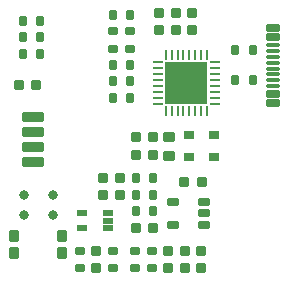
<source format=gtp>
G04*
G04 #@! TF.GenerationSoftware,Altium Limited,Altium Designer,21.6.4 (81)*
G04*
G04 Layer_Color=8421504*
%FSLAX44Y44*%
%MOMM*%
G71*
G04*
G04 #@! TF.SameCoordinates,1A298312-32F8-40E2-ABFB-EEC58CCF35F7*
G04*
G04*
G04 #@! TF.FilePolarity,Positive*
G04*
G01*
G75*
G04:AMPARAMS|DCode=12|XSize=0.8mm|YSize=1.8mm|CornerRadius=0.1mm|HoleSize=0mm|Usage=FLASHONLY|Rotation=90.000|XOffset=0mm|YOffset=0mm|HoleType=Round|Shape=RoundedRectangle|*
%AMROUNDEDRECTD12*
21,1,0.8000,1.6000,0,0,90.0*
21,1,0.6000,1.8000,0,0,90.0*
1,1,0.2000,0.8000,0.3000*
1,1,0.2000,0.8000,-0.3000*
1,1,0.2000,-0.8000,-0.3000*
1,1,0.2000,-0.8000,0.3000*
%
%ADD12ROUNDEDRECTD12*%
G04:AMPARAMS|DCode=13|XSize=0.6mm|YSize=0.9mm|CornerRadius=0.075mm|HoleSize=0mm|Usage=FLASHONLY|Rotation=90.000|XOffset=0mm|YOffset=0mm|HoleType=Round|Shape=RoundedRectangle|*
%AMROUNDEDRECTD13*
21,1,0.6000,0.7500,0,0,90.0*
21,1,0.4500,0.9000,0,0,90.0*
1,1,0.1500,0.3750,0.2250*
1,1,0.1500,0.3750,-0.2250*
1,1,0.1500,-0.3750,-0.2250*
1,1,0.1500,-0.3750,0.2250*
%
%ADD13ROUNDEDRECTD13*%
G04:AMPARAMS|DCode=14|XSize=0.8mm|YSize=0.8mm|CornerRadius=0.1mm|HoleSize=0mm|Usage=FLASHONLY|Rotation=270.000|XOffset=0mm|YOffset=0mm|HoleType=Round|Shape=RoundedRectangle|*
%AMROUNDEDRECTD14*
21,1,0.8000,0.6000,0,0,270.0*
21,1,0.6000,0.8000,0,0,270.0*
1,1,0.2000,-0.3000,-0.3000*
1,1,0.2000,-0.3000,0.3000*
1,1,0.2000,0.3000,0.3000*
1,1,0.2000,0.3000,-0.3000*
%
%ADD14ROUNDEDRECTD14*%
G04:AMPARAMS|DCode=15|XSize=0.99mm|YSize=0.88mm|CornerRadius=0.11mm|HoleSize=0mm|Usage=FLASHONLY|Rotation=180.000|XOffset=0mm|YOffset=0mm|HoleType=Round|Shape=RoundedRectangle|*
%AMROUNDEDRECTD15*
21,1,0.9900,0.6600,0,0,180.0*
21,1,0.7700,0.8800,0,0,180.0*
1,1,0.2200,-0.3850,0.3300*
1,1,0.2200,0.3850,0.3300*
1,1,0.2200,0.3850,-0.3300*
1,1,0.2200,-0.3850,-0.3300*
%
%ADD15ROUNDEDRECTD15*%
G04:AMPARAMS|DCode=16|XSize=0.6mm|YSize=0.9mm|CornerRadius=0.075mm|HoleSize=0mm|Usage=FLASHONLY|Rotation=0.000|XOffset=0mm|YOffset=0mm|HoleType=Round|Shape=RoundedRectangle|*
%AMROUNDEDRECTD16*
21,1,0.6000,0.7500,0,0,0.0*
21,1,0.4500,0.9000,0,0,0.0*
1,1,0.1500,0.2250,-0.3750*
1,1,0.1500,-0.2250,-0.3750*
1,1,0.1500,-0.2250,0.3750*
1,1,0.1500,0.2250,0.3750*
%
%ADD16ROUNDEDRECTD16*%
G04:AMPARAMS|DCode=17|XSize=0.3mm|YSize=1.15mm|CornerRadius=0.0375mm|HoleSize=0mm|Usage=FLASHONLY|Rotation=90.000|XOffset=0mm|YOffset=0mm|HoleType=Round|Shape=RoundedRectangle|*
%AMROUNDEDRECTD17*
21,1,0.3000,1.0750,0,0,90.0*
21,1,0.2250,1.1500,0,0,90.0*
1,1,0.0750,0.5375,0.1125*
1,1,0.0750,0.5375,-0.1125*
1,1,0.0750,-0.5375,-0.1125*
1,1,0.0750,-0.5375,0.1125*
%
%ADD17ROUNDEDRECTD17*%
G04:AMPARAMS|DCode=18|XSize=0.6mm|YSize=1.15mm|CornerRadius=0.075mm|HoleSize=0mm|Usage=FLASHONLY|Rotation=270.000|XOffset=0mm|YOffset=0mm|HoleType=Round|Shape=RoundedRectangle|*
%AMROUNDEDRECTD18*
21,1,0.6000,1.0000,0,0,270.0*
21,1,0.4500,1.1500,0,0,270.0*
1,1,0.1500,-0.5000,-0.2250*
1,1,0.1500,-0.5000,0.2250*
1,1,0.1500,0.5000,0.2250*
1,1,0.1500,0.5000,-0.2250*
%
%ADD18ROUNDEDRECTD18*%
%ADD19C,0.8000*%
G04:AMPARAMS|DCode=20|XSize=0.5mm|YSize=0.9mm|CornerRadius=0.0625mm|HoleSize=0mm|Usage=FLASHONLY|Rotation=270.000|XOffset=0mm|YOffset=0mm|HoleType=Round|Shape=RoundedRectangle|*
%AMROUNDEDRECTD20*
21,1,0.5000,0.7750,0,0,270.0*
21,1,0.3750,0.9000,0,0,270.0*
1,1,0.1250,-0.3875,-0.1875*
1,1,0.1250,-0.3875,0.1875*
1,1,0.1250,0.3875,0.1875*
1,1,0.1250,0.3875,-0.1875*
%
%ADD20ROUNDEDRECTD20*%
G04:AMPARAMS|DCode=21|XSize=0.6mm|YSize=1mm|CornerRadius=0.075mm|HoleSize=0mm|Usage=FLASHONLY|Rotation=270.000|XOffset=0mm|YOffset=0mm|HoleType=Round|Shape=RoundedRectangle|*
%AMROUNDEDRECTD21*
21,1,0.6000,0.8500,0,0,270.0*
21,1,0.4500,1.0000,0,0,270.0*
1,1,0.1500,-0.4250,-0.2250*
1,1,0.1500,-0.4250,0.2250*
1,1,0.1500,0.4250,0.2250*
1,1,0.1500,0.4250,-0.2250*
%
%ADD21ROUNDEDRECTD21*%
G04:AMPARAMS|DCode=22|XSize=0.9mm|YSize=1mm|CornerRadius=0.1125mm|HoleSize=0mm|Usage=FLASHONLY|Rotation=180.000|XOffset=0mm|YOffset=0mm|HoleType=Round|Shape=RoundedRectangle|*
%AMROUNDEDRECTD22*
21,1,0.9000,0.7750,0,0,180.0*
21,1,0.6750,1.0000,0,0,180.0*
1,1,0.2250,-0.3375,0.3875*
1,1,0.2250,0.3375,0.3875*
1,1,0.2250,0.3375,-0.3875*
1,1,0.2250,-0.3375,-0.3875*
%
%ADD22ROUNDEDRECTD22*%
G04:AMPARAMS|DCode=23|XSize=0.8mm|YSize=0.8mm|CornerRadius=0.1mm|HoleSize=0mm|Usage=FLASHONLY|Rotation=180.000|XOffset=0mm|YOffset=0mm|HoleType=Round|Shape=RoundedRectangle|*
%AMROUNDEDRECTD23*
21,1,0.8000,0.6000,0,0,180.0*
21,1,0.6000,0.8000,0,0,180.0*
1,1,0.2000,-0.3000,0.3000*
1,1,0.2000,0.3000,0.3000*
1,1,0.2000,0.3000,-0.3000*
1,1,0.2000,-0.3000,-0.3000*
%
%ADD23ROUNDEDRECTD23*%
G04:AMPARAMS|DCode=24|XSize=3.6mm|YSize=3.6mm|CornerRadius=0.18mm|HoleSize=0mm|Usage=FLASHONLY|Rotation=0.000|XOffset=0mm|YOffset=0mm|HoleType=Round|Shape=RoundedRectangle|*
%AMROUNDEDRECTD24*
21,1,3.6000,3.2400,0,0,0.0*
21,1,3.2400,3.6000,0,0,0.0*
1,1,0.3600,1.6200,-1.6200*
1,1,0.3600,-1.6200,-1.6200*
1,1,0.3600,-1.6200,1.6200*
1,1,0.3600,1.6200,1.6200*
%
%ADD24ROUNDEDRECTD24*%
%ADD25O,0.2500X0.8500*%
%ADD26O,0.8500X0.2500*%
G04:AMPARAMS|DCode=27|XSize=0.75mm|YSize=0.9mm|CornerRadius=0.0938mm|HoleSize=0mm|Usage=FLASHONLY|Rotation=90.000|XOffset=0mm|YOffset=0mm|HoleType=Round|Shape=RoundedRectangle|*
%AMROUNDEDRECTD27*
21,1,0.7500,0.7125,0,0,90.0*
21,1,0.5625,0.9000,0,0,90.0*
1,1,0.1875,0.3563,0.2813*
1,1,0.1875,0.3563,-0.2813*
1,1,0.1875,-0.3563,-0.2813*
1,1,0.1875,-0.3563,0.2813*
%
%ADD27ROUNDEDRECTD27*%
G04:AMPARAMS|DCode=28|XSize=0.6mm|YSize=0.8mm|CornerRadius=0.075mm|HoleSize=0mm|Usage=FLASHONLY|Rotation=180.000|XOffset=0mm|YOffset=0mm|HoleType=Round|Shape=RoundedRectangle|*
%AMROUNDEDRECTD28*
21,1,0.6000,0.6500,0,0,180.0*
21,1,0.4500,0.8000,0,0,180.0*
1,1,0.1500,-0.2250,0.3250*
1,1,0.1500,0.2250,0.3250*
1,1,0.1500,0.2250,-0.3250*
1,1,0.1500,-0.2250,-0.3250*
%
%ADD28ROUNDEDRECTD28*%
D12*
X198730Y100950D02*
D03*
Y113650D02*
D03*
Y126350D02*
D03*
Y139050D02*
D03*
D13*
X266500Y211500D02*
D03*
Y196500D02*
D03*
X280500D02*
D03*
Y211500D02*
D03*
X299000Y10500D02*
D03*
Y25500D02*
D03*
X285000D02*
D03*
Y10500D02*
D03*
X266000Y10500D02*
D03*
Y25500D02*
D03*
X238000Y10500D02*
D03*
Y25500D02*
D03*
D14*
X333500Y227000D02*
D03*
Y212000D02*
D03*
X319500Y227000D02*
D03*
Y212000D02*
D03*
X305500Y227000D02*
D03*
Y212000D02*
D03*
X300000Y106485D02*
D03*
Y121485D02*
D03*
X286000Y106500D02*
D03*
Y121500D02*
D03*
X341234Y10500D02*
D03*
Y25500D02*
D03*
X327000Y10500D02*
D03*
Y25500D02*
D03*
X313000Y25500D02*
D03*
Y10500D02*
D03*
X252000Y25500D02*
D03*
Y10500D02*
D03*
D15*
X314000Y105835D02*
D03*
Y122135D02*
D03*
D16*
X369916Y195322D02*
D03*
X384916D02*
D03*
X281000Y183000D02*
D03*
X266000D02*
D03*
X285500Y87000D02*
D03*
X300500D02*
D03*
X384916Y169789D02*
D03*
X369916D02*
D03*
X266000Y225000D02*
D03*
X281000D02*
D03*
X300500Y59000D02*
D03*
X285500Y59000D02*
D03*
X285500Y73000D02*
D03*
X300500D02*
D03*
X266000Y155000D02*
D03*
X281000D02*
D03*
X266000Y169000D02*
D03*
X281000D02*
D03*
D17*
X401450Y179700D02*
D03*
Y174700D02*
D03*
Y169700D02*
D03*
Y164700D02*
D03*
Y199700D02*
D03*
Y194700D02*
D03*
Y189700D02*
D03*
Y184700D02*
D03*
D18*
Y214200D02*
D03*
Y206200D02*
D03*
Y158200D02*
D03*
Y150200D02*
D03*
D19*
X215300Y56000D02*
D03*
X215300Y73000D02*
D03*
X190700Y56000D02*
D03*
X190700Y73000D02*
D03*
D20*
X262250Y44500D02*
D03*
Y51000D02*
D03*
Y57500D02*
D03*
X239750D02*
D03*
Y44500D02*
D03*
D21*
X343499Y47500D02*
D03*
Y57000D02*
D03*
Y66500D02*
D03*
X317299D02*
D03*
Y47500D02*
D03*
D22*
X182500Y37750D02*
D03*
Y23250D02*
D03*
X223500Y37750D02*
D03*
Y23250D02*
D03*
D23*
X201500Y166000D02*
D03*
X186500D02*
D03*
X300500Y45000D02*
D03*
X285500D02*
D03*
X272500Y87000D02*
D03*
X257500D02*
D03*
Y73000D02*
D03*
X272500D02*
D03*
X341734Y84000D02*
D03*
X326734D02*
D03*
D24*
X328500Y167500D02*
D03*
D25*
X311000Y191500D02*
D03*
X316000D02*
D03*
X321000D02*
D03*
X326000D02*
D03*
X331000D02*
D03*
X336000D02*
D03*
X341000D02*
D03*
X346000D02*
D03*
Y143500D02*
D03*
X341000D02*
D03*
X336000D02*
D03*
X331000D02*
D03*
X326000D02*
D03*
X321000D02*
D03*
X316000D02*
D03*
X311000D02*
D03*
D26*
X352500Y185000D02*
D03*
Y180000D02*
D03*
Y175000D02*
D03*
Y170000D02*
D03*
Y165000D02*
D03*
Y160000D02*
D03*
Y155000D02*
D03*
Y150000D02*
D03*
X304500D02*
D03*
Y155000D02*
D03*
Y160000D02*
D03*
Y165000D02*
D03*
Y170000D02*
D03*
Y175000D02*
D03*
Y180000D02*
D03*
Y185000D02*
D03*
D27*
X330500Y123500D02*
D03*
Y104500D02*
D03*
X351500Y123500D02*
D03*
Y104500D02*
D03*
D28*
X189750Y192192D02*
D03*
X204250D02*
D03*
X189750Y220000D02*
D03*
X204250D02*
D03*
X189750Y206132D02*
D03*
X204250D02*
D03*
M02*

</source>
